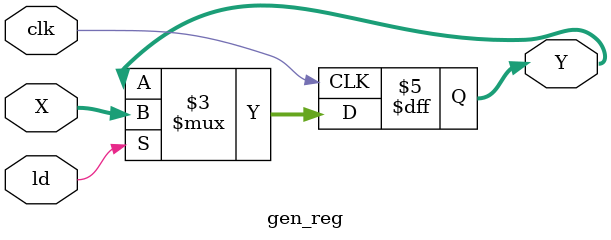
<source format=v>
module gen_reg (X, ld, clk, Y);
	input [7:0] X;
	input ld, clk;
	output [7:0] Y;
	reg [7:0] Y;
	
	always @(posedge clk)
		if (ld) Y <= X;
		else Y <= Y;
endmodule		
</source>
